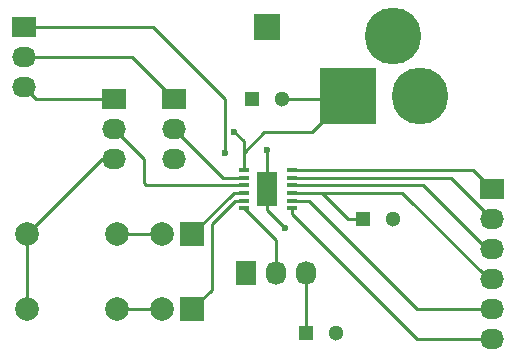
<source format=gbr>
G04 #@! TF.FileFunction,Copper,L1,Top,Signal*
%FSLAX46Y46*%
G04 Gerber Fmt 4.6, Leading zero omitted, Abs format (unit mm)*
G04 Created by KiCad (PCBNEW 4.0.1-stable) date 16/02/2016 20:02:07*
%MOMM*%
G01*
G04 APERTURE LIST*
%ADD10C,0.100000*%
%ADD11R,1.300000X1.300000*%
%ADD12C,1.300000*%
%ADD13C,4.800600*%
%ADD14R,4.800600X4.800600*%
%ADD15R,2.000000X2.000000*%
%ADD16C,2.000000*%
%ADD17R,2.032000X1.727200*%
%ADD18O,2.032000X1.727200*%
%ADD19R,1.727200X2.032000*%
%ADD20O,1.727200X2.032000*%
%ADD21R,2.235200X2.235200*%
%ADD22C,1.998980*%
%ADD23R,0.889000X0.420000*%
%ADD24R,1.651000X2.845000*%
%ADD25C,0.600000*%
%ADD26C,0.250000*%
G04 APERTURE END LIST*
D10*
D11*
X150622000Y-120142000D03*
D12*
X153122000Y-120142000D03*
D13*
X160274000Y-100076000D03*
D14*
X154178000Y-100076000D03*
D13*
X157988000Y-94996000D03*
D15*
X140970000Y-111760000D03*
D16*
X138430000Y-111760000D03*
D15*
X140970000Y-118110000D03*
D16*
X138430000Y-118110000D03*
D17*
X134366000Y-100330000D03*
D18*
X134366000Y-102870000D03*
X134366000Y-105410000D03*
D19*
X145542000Y-115062000D03*
D20*
X148082000Y-115062000D03*
X150622000Y-115062000D03*
D17*
X139446000Y-100330000D03*
D18*
X139446000Y-102870000D03*
X139446000Y-105410000D03*
D17*
X126746000Y-94234000D03*
D18*
X126746000Y-96774000D03*
X126746000Y-99314000D03*
D17*
X166370000Y-107950000D03*
D18*
X166370000Y-110490000D03*
X166370000Y-113030000D03*
X166370000Y-115570000D03*
X166370000Y-118110000D03*
X166370000Y-120650000D03*
D21*
X147320000Y-94234000D03*
D22*
X134620000Y-111760000D03*
X127000000Y-111760000D03*
X134620000Y-118110000D03*
X127000000Y-118110000D03*
D23*
X145307500Y-109557500D03*
X145307500Y-108907500D03*
X145307500Y-108257500D03*
X145307500Y-107607500D03*
X145307500Y-106957500D03*
X145307500Y-106307500D03*
X149407500Y-106307500D03*
X149407500Y-106957500D03*
X149407500Y-107607500D03*
X149407500Y-108257500D03*
X149407500Y-108907500D03*
X149407500Y-109557500D03*
D24*
X147332500Y-107912500D03*
D11*
X146050000Y-100330000D03*
D12*
X148550000Y-100330000D03*
D11*
X155448000Y-110490000D03*
D12*
X157948000Y-110490000D03*
D25*
X144526000Y-103124000D03*
X143764000Y-104902000D03*
X148844000Y-111252000D03*
X147320000Y-104648000D03*
D26*
X145307500Y-108257500D02*
X144472500Y-108257500D01*
X144472500Y-108257500D02*
X140970000Y-111760000D01*
X134620000Y-111760000D02*
X138430000Y-111760000D01*
X145307500Y-108907500D02*
X144592500Y-108907500D01*
X142600000Y-116480000D02*
X140970000Y-118110000D01*
X142600000Y-110900000D02*
X142600000Y-116480000D01*
X144592500Y-108907500D02*
X142600000Y-110900000D01*
X134620000Y-118110000D02*
X138430000Y-118110000D01*
X134366000Y-100330000D02*
X127762000Y-100330000D01*
X127762000Y-100330000D02*
X126746000Y-99314000D01*
X145307500Y-106957500D02*
X143533500Y-106957500D01*
X143533500Y-106957500D02*
X139446000Y-102870000D01*
X127000000Y-118110000D02*
X127000000Y-111760000D01*
X134366000Y-105410000D02*
X133350000Y-105410000D01*
X133350000Y-105410000D02*
X127000000Y-111760000D01*
X145307500Y-103905500D02*
X145307500Y-104902000D01*
X144526000Y-103124000D02*
X145307500Y-103905500D01*
X127000000Y-111760000D02*
X127000000Y-110998000D01*
X148550000Y-100330000D02*
X153924000Y-100330000D01*
X153924000Y-100330000D02*
X154178000Y-100076000D01*
X145307500Y-106307500D02*
X145307500Y-104902000D01*
X145307500Y-104902000D02*
X145307500Y-104882500D01*
X151130000Y-103124000D02*
X154178000Y-100076000D01*
X147066000Y-103124000D02*
X151130000Y-103124000D01*
X145307500Y-104882500D02*
X147066000Y-103124000D01*
X153924000Y-100330000D02*
X153924000Y-100055680D01*
X126746000Y-94234000D02*
X137668000Y-94234000D01*
X143764000Y-100330000D02*
X143764000Y-104902000D01*
X137668000Y-94234000D02*
X143764000Y-100330000D01*
X145307500Y-109557500D02*
X145371500Y-109557500D01*
X145371500Y-109557500D02*
X148082000Y-112268000D01*
X148082000Y-112268000D02*
X148082000Y-115062000D01*
X150622000Y-120142000D02*
X150622000Y-115062000D01*
X139446000Y-100330000D02*
X135890000Y-96774000D01*
X135890000Y-96774000D02*
X126746000Y-96774000D01*
X145307500Y-107607500D02*
X137071500Y-107607500D01*
X136906000Y-105410000D02*
X134366000Y-102870000D01*
X136906000Y-107442000D02*
X136906000Y-105410000D01*
X137071500Y-107607500D02*
X136906000Y-107442000D01*
X147332500Y-107912500D02*
X147332500Y-109740500D01*
X147332500Y-109740500D02*
X148844000Y-111252000D01*
X147332500Y-107912500D02*
X147332500Y-104660500D01*
X147332500Y-104660500D02*
X147320000Y-104648000D01*
X155448000Y-110490000D02*
X154178000Y-110490000D01*
X154178000Y-110490000D02*
X151945500Y-108257500D01*
X166370000Y-115570000D02*
X166070000Y-115570000D01*
X166070000Y-115570000D02*
X158757500Y-108257500D01*
X158757500Y-108257500D02*
X152710040Y-108257500D01*
X152710040Y-108257500D02*
X151945500Y-108257500D01*
X151945500Y-108257500D02*
X149407500Y-108257500D01*
X149407500Y-106307500D02*
X164727500Y-106307500D01*
X164727500Y-106307500D02*
X166370000Y-107950000D01*
X149407500Y-106957500D02*
X162837500Y-106957500D01*
X162837500Y-106957500D02*
X166370000Y-110490000D01*
X166370000Y-113030000D02*
X165930000Y-113030000D01*
X165930000Y-113030000D02*
X160507500Y-107607500D01*
X160507500Y-107607500D02*
X149407500Y-107607500D01*
X149407500Y-108907500D02*
X150817500Y-108907500D01*
X160020000Y-118110000D02*
X166370000Y-118110000D01*
X150817500Y-108907500D02*
X160020000Y-118110000D01*
X149407500Y-109557500D02*
X149407500Y-110037500D01*
X160020000Y-120650000D02*
X166370000Y-120650000D01*
X149407500Y-110037500D02*
X160020000Y-120650000D01*
M02*

</source>
